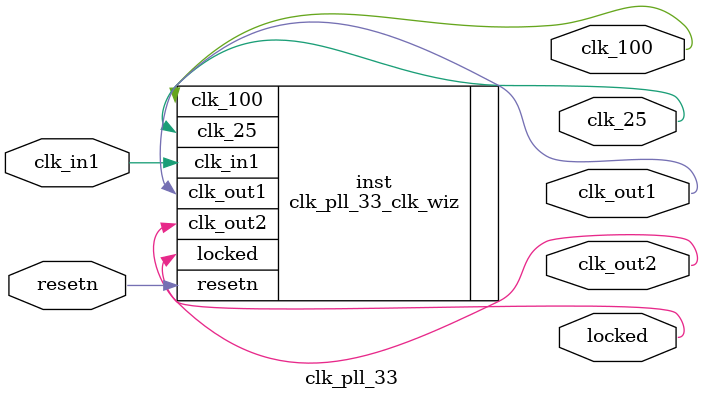
<source format=v>


`timescale 1ps/1ps

(* CORE_GENERATION_INFO = "clk_pll_33,clk_wiz_v6_0_13_0_0,{component_name=clk_pll_33,use_phase_alignment=true,use_min_o_jitter=false,use_max_i_jitter=false,use_dyn_phase_shift=false,use_inclk_switchover=false,use_dyn_reconfig=false,enable_axi=0,feedback_source=FDBK_AUTO,PRIMITIVE=PLL,num_out_clk=4,clkin1_period=10.000,clkin2_period=10.000,use_power_down=false,use_reset=true,use_locked=true,use_inclk_stopped=false,feedback_type=SINGLE,CLOCK_MGR_TYPE=NA,manual_override=false}" *)

module clk_pll_33 
 (
  // Clock out ports
  output        clk_out1,
  output        clk_out2,
  output        clk_100,
  output        clk_25,
  // Status and control signals
  input         resetn,
  output        locked,
 // Clock in ports
  input         clk_in1
 );

  clk_pll_33_clk_wiz inst
  (
  // Clock out ports  
  .clk_out1(clk_out1),
  .clk_out2(clk_out2),
  .clk_100(clk_100),
  .clk_25(clk_25),
  // Status and control signals               
  .resetn(resetn), 
  .locked(locked),
 // Clock in ports
  .clk_in1(clk_in1)
  );

endmodule

</source>
